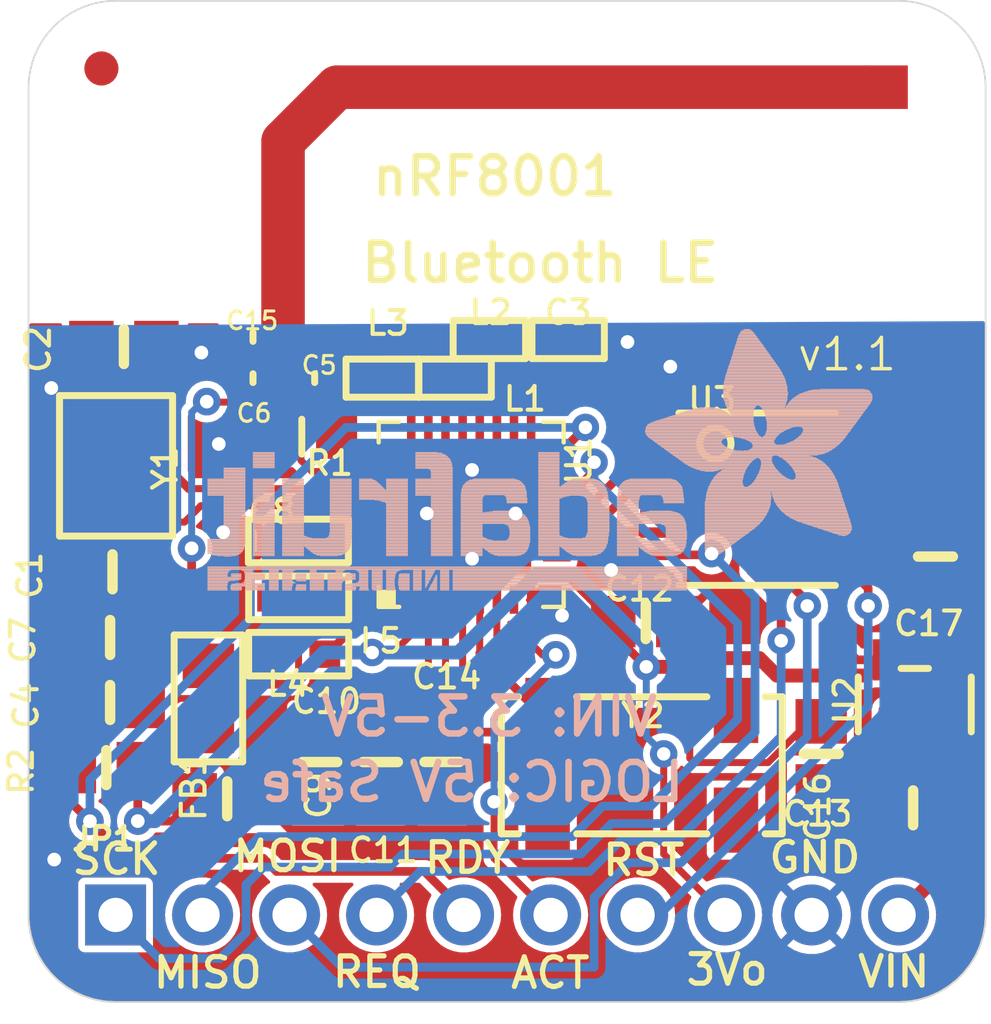
<source format=kicad_pcb>
(kicad_pcb (version 20221018) (generator pcbnew)
  (layers (0 "F.Cu" signal) (31 "B.Cu" signal) (34 "B.Paste" user) (35 "F.Paste" user) (36 "B.SilkS" user "B.Silkscreen") (37 "F.SilkS" user "F.Silkscreen") (38 "B.Mask" user) (39 "F.Mask" user) (44 "Edge.Cuts" user))
  (net 0 "")
  (net 1 "GND")
  (net 2 "MISO")
  (net 3 "+3.3V")
  (net 4 "AVDD")
  (net 5 "N$4")
  (net 6 "N$7")
  (net 7 "N$8")
  (net 8 "N$9")
  (net 9 "N$10")
  (net 10 "N$22")
  (net 11 "N$23")
  (net 12 "N$11")
  (net 13 "N$12")
  (net 14 "REQN_3V")
  (net 15 "ACTIVE")
  (net 16 "N$5")
  (net 17 "VIN")
  (net 18 "MOSI")
  (net 19 "SCK")
  (net 20 "RDYN")
  (net 21 "RESET")
  (net 22 "N$2")
  (net 23 "N$3")
  (net 24 "N$6")
  (net 25 "N$13")
  (net 26 "REQN")
  (net 27 "MOSI_3V")
  (net 28 "SCK_3V")
  (net 29 "RESET_3V")
  (footprint "working:FIDUCIAL_1MM" (layer "F.Cu") (at 151.5141 112.5638 -90)
    (fp_text reference "FID1" hide)
    (fp_text value "FIDUCIAL\"\"" hide)
  )
  (footprint "working:FIDUCIAL_1MM" (layer "F.Cu") (at 161.1431 100.7326 -90)
    (fp_text reference "FID2" hide)
    (fp_text value "FIDUCIAL\"\"" hide)
  )
  (footprint "working:0805-NO" (layer "F.Cu") (at 157.6713 112.3702 90)
    (fp_text reference "C13")
    (fp_text value "15pF")
  )
  (footprint "working:_0603" (layer "F.Cu") (at 142.4173 107.8176)
    (fp_text reference "L5")
    (fp_text value "15nH")
  )
  (footprint "working:_0402" (layer "F.Cu") (at 150.2841 100.2796)
    (fp_text reference "C3")
    (fp_text value "2.2nF")
  )
  (footprint "working:0805-NO" (layer "F.Cu") (at 136.8011 112.7706)
    (fp_text reference "R2")
    (fp_text value "10K")
  )
  (footprint "working:0805-NO" (layer "F.Cu") (at 143.0331 112.6078 -90)
    (fp_text reference "C10")
    (fp_text value "0.1uF")
  )
  (footprint "working:_0402MP" (layer "F.Cu") (at 141.0841 100.2066)
    (fp_text reference "C15")
    (fp_text value "1.5pF")
  )
  (footprint "working:_0402MP" (layer "F.Cu") (at 141.0841 101.4066)
    (fp_text reference "C6")
    (fp_text value "1.2pF")
  )
  (footprint "working:0805-NO" (layer "F.Cu") (at 136.9121 110.8704 180)
    (fp_text reference "C4")
    (fp_text value "0.1µF")
  )
  (footprint "working:0805" (layer "F.Cu") (at 139.7819 110.7506 90)
    (fp_text reference "FB1")
    (fp_text value "MMZ1608B121C")
  )
  (footprint "working:0805-NO" (layer "F.Cu") (at 152.5507 108.5102)
    (fp_text reference "C12")
    (fp_text value "0.1µF")
  )
  (footprint "working:1X10_ROUND70" (layer "F.Cu") (at 148.5011 117.0686)
    (fp_text reference "JP1")
    (fp_text value "")
  )
  (footprint "working:QFN32_5MM" (layer "F.Cu") (at 147.4531 105.3808 90)
    (fp_text reference "U1")
    (fp_text value "nRF8001")
  )
  (footprint "working:_0603" (layer "F.Cu") (at 142.4173 109.4606 180)
    (fp_text reference "L4")
    (fp_text value "10µH")
  )
  (footprint "working:0805-NO" (layer "F.Cu") (at 136.9821 107.058 180)
    (fp_text reference "C1")
    (fp_text value "15pF")
  )
  (footprint "working:ANT_PCB_2.4GHZ_NRF8001_1.6MM_1OZ" (layer "F.Cu") (at 141.9608 101.0862 -90)
    (fp_text reference "U$28" hide)
    (fp_text value "" hide)
  )
  (footprint "working:0805-NO" (layer "F.Cu") (at 140.3309 113.6796)
    (fp_text reference "C9")
    (fp_text value "10µF")
  )
  (footprint "working:0805-NO" (layer "F.Cu") (at 161.0071 106.6126 90)
    (fp_text reference "C17")
    (fp_text value "10µF")
  )
  (footprint "working:CRYSTAL_3.2X2.5" (layer "F.Cu") (at 137.0853 103.9656 -90)
    (fp_text reference "Y1")
    (fp_text value "16MHz")
  )
  (footprint "working:0805-NO" (layer "F.Cu") (at 160.3547 113.9438 180)
    (fp_text reference "C16")
    (fp_text value "10µF")
  )
  (footprint "working:0805-NO" (layer "F.Cu") (at 146.6009 112.6046 90)
    (fp_text reference "C14")
    (fp_text value "15pF")
  )
  (footprint "working:CRYSTAL_8X3.8" (layer "F.Cu") (at 152.4341 112.702)
    (fp_text reference "Y2")
    (fp_text value "FC-255 32.7680K-A3")
  )
  (footprint "working:_0402" (layer "F.Cu") (at 147.9841 100.2796)
    (fp_text reference "L2")
    (fp_text value "5.6nH")
  )
  (footprint "working:0805-NO" (layer "F.Cu") (at 137.3145 100.485)
    (fp_text reference "C2")
    (fp_text value "15pF")
  )
  (footprint "working:SOT23-5" (layer "F.Cu") (at 160.4025 110.926)
    (fp_text reference "U2")
    (fp_text value "MIC5225-3.3v")
  )
  (footprint "working:_0603" (layer "F.Cu") (at 142.4081 106.1568 180)
    (fp_text reference "C8")
    (fp_text value "1nF")
  )
  (footprint "working:_0402" (layer "F.Cu") (at 146.9841 101.4066 180)
    (fp_text reference "L1")
    (fp_text value "8.2nH")
  )
  (footprint "working:0805-NO" (layer "F.Cu") (at 144.8031 112.6078 -90)
    (fp_text reference "C11")
    (fp_text value "33nF")
  )
  (footprint "working:FIDUCIAL_1MM" (layer "F.Cu") (at 136.6581 92.3716 -90)
    (fp_text reference "FID3" hide)
    (fp_text value "FIDUCIAL\"\"" hide)
  )
  (footprint "" (layer "F.Cu") (at 137.0711 96.7486)
    (fp_text reference "@HOLE0" hide)
    (fp_text value "")
  )
  (footprint "" (layer "F.Cu") (at 159.9311 96.7486)
    (fp_text reference "@HOLE1" hide)
    (fp_text value "")
  )
  (footprint "working:_0805MP" (layer "F.Cu") (at 142.5081 103.1138 180)
    (fp_text reference "R1")
    (fp_text value "22K")
  )
  (footprint "working:TSSOP16" (layer "F.Cu") (at 155.8005 104.9384 -90)
    (fp_text reference "U3")
    (fp_text value "74HC4050D")
  )
  (footprint "working:0805-NO" (layer "F.Cu") (at 136.9121 108.9734 180)
    (fp_text reference "C7")
    (fp_text value "1µF")
  )
  (footprint "working:_0402" (layer "F.Cu") (at 144.8571 101.4066 180)
    (fp_text reference "L3")
    (fp_text value "3.9nH")
  )
  (footprint "working:_0402MP" (layer "F.Cu") (at 142.8841 101.4066)
    (fp_text reference "C5")
    (fp_text value "1.8pF")
  )
  (footprint "working:ADAFRUIT_TEXT_20MM" (layer "B.Cu") (at 159.3271 107.5966 180)
    (fp_text reference "U$22" hide)
    (fp_text value "" hide)
  )
  (gr_arc (start 137.0711 119.6086) (mid 135.275049 118.864651) (end 134.5311 117.0686) (stroke (width 0.05)) (layer "Edge.Cuts"))
  (gr_arc (start 159.9311 90.3986) (mid 161.727151 91.142549) (end 162.4711 92.9386) (stroke (width 0.05)) (layer "Edge.Cuts"))
  (gr_line (start 134.5311 117.0686) (end 134.5311 92.9386) (stroke (width 0.05)) (layer "Edge.Cuts"))
  (gr_line (start 137.0711 90.3986) (end 159.9311 90.3986) (stroke (width 0.05)) (layer "Edge.Cuts"))
  (gr_line (start 162.4711 92.9386) (end 162.4711 117.0686) (stroke (width 0.05)) (layer "Edge.Cuts"))
  (gr_arc (start 134.5311 92.9386) (mid 135.275049 91.142549) (end 137.0711 90.3986) (stroke (width 0.05)) (layer "Edge.Cuts"))
  (gr_arc (start 162.4711 117.0686) (mid 161.727151 118.864651) (end 159.9311 119.6086) (stroke (width 0.05)) (layer "Edge.Cuts"))
  (gr_line (start 159.9311 119.6086) (end 137.0711 119.6086) (stroke (width 0.05)) (layer "Edge.Cuts"))
  (gr_text "VIN: 3.3-5V" (at 142.9671 110.6516) (layer "B.SilkS") (effects (font (size 1.0795 1.0795) (thickness 0.1905)) (justify right top mirror)))
  (gr_text "LOGIC: 5V Safe" (at 141.1751 112.5616) (layer "B.SilkS") (effects (font (size 1.0795 1.0795) (thickness 0.1905)) (justify right top mirror)))
  (gr_text "v1.1" (at 159.9311 100.1776) (layer "F.SilkS") (effects (font (size 0.9144 0.9144) (thickness 0.1016)) (justify right top)))
  (gr_text "SCK" (at 137.0977 115.4372) (layer "F.SilkS") (effects (font (size 0.8636 0.8636) (thickness 0.1524))))
  (gr_text "MOSI" (at 142.0865 115.3556) (layer "F.SilkS") (effects (font (size 0.8636 0.8636) (thickness 0.1524))))
  (gr_text "VIN" (at 159.7891 118.7246) (layer "F.SilkS") (effects (font (size 0.8636 0.8636) (thickness 0.1524))))
  (gr_text "RDY" (at 147.3501 115.4026) (layer "F.SilkS") (effects (font (size 0.8636 0.8636) (thickness 0.1524))))
  (gr_text "3Vo" (at 154.9231 118.6676) (layer "F.SilkS") (effects (font (size 0.8636 0.8636) (thickness 0.1524))))
  (gr_text "MISO" (at 139.7621 118.7546) (layer "F.SilkS") (effects (font (size 0.8636 0.8636) (thickness 0.1524))))
  (gr_text "REQ" (at 144.7015 118.7346) (layer "F.SilkS") (effects (font (size 0.8636 0.8636) (thickness 0.1524))))
  (gr_text "ACT" (at 149.7631 118.7622) (layer "F.SilkS") (effects (font (size 0.8636 0.8636) (thickness 0.1524))))
  (gr_text "GND" (at 157.4861 115.3926) (layer "F.SilkS") (effects (font (size 0.8636 0.8636) (thickness 0.1524))))
  (gr_text "nRF8001" (at 144.4731 96.1526) (layer "F.SilkS") (effects (font (size 1.0795 1.0795) (thickness 0.1905)) (justify left bottom)))
  (gr_text "RST" (at 152.4901 115.4726) (layer "F.SilkS") (effects (font (size 0.8636 0.8636) (thickness 0.1524))))
  (gr_text "Bluetooth LE" (at 144.1511 98.6766) (layer "F.SilkS") (effects (font (size 1.0795 1.0795) (thickness 0.1905)) (justify left bottom)))
  (segment (start 144.9531 106.1308) (end 146.0841 106.1308) (width 0.2032) (layer "F.Cu") (net 1))
  (segment (start 160.4025 112.2261) (end 160.4025 112.7872) (width 0.254) (layer "F.Cu") (net 1))
  (segment (start 147.2997 103.9066) (end 147.4785 104.0854) (width 0.2032) (layer "F.Cu") (net 1))
  (segment (start 146.2841 103.9066) (end 147.2997 103.9066) (width 0.2032) (layer "F.Cu") (net 1))
  (segment (start 160.4025 112.7872) (end 159.4047 113.785) (width 0.254) (layer "F.Cu") (net 1))
  (segment (start 149.2031 102.8808) (end 149.2031 103.6308) (width 0.2032) (layer "F.Cu") (net 1))
  (segment (start 146.0083 106.6308) (end 146.0841 106.7066) (width 0.2032) (layer "F.Cu") (net 1))
  (segment (start 146.2031 103.8256) (end 146.2841 103.9066) (width 0.2032) (layer "F.Cu") (net 1))
  (segment (start 149.2031 107.1308) (end 147.4531 105.3808) (width 0.2032) (layer "F.Cu") (net 1))
  (segment (start 146.7031 106.1308) (end 147.4531 105.3808) (width 0.2032) (layer "F.Cu") (net 1))
  (segment (start 146.2031 102.8808) (end 146.2031 103.8256) (width 0.2032) (layer "F.Cu") (net 1))
  (segment (start 149.2031 103.6308) (end 147.4531 105.3808) (width 0.2032) (layer "F.Cu") (net 1))
  (segment (start 149.2031 107.8808) (end 149.2031 107.1308) (width 0.2032) (layer "F.Cu") (net 1))
  (segment (start 146.0841 106.1308) (end 146.7031 106.1308) (width 0.2032) (layer "F.Cu") (net 1))
  (segment (start 148.7031 105.31) (end 148.7485 105.3554) (width 0.2032) (layer "F.Cu") (net 1))
  (segment (start 148.7031 102.8808) (end 148.7031 105.31) (width 0.2032) (layer "F.Cu") (net 1))
  (segment (start 144.9531 106.6308) (end 146.0083 106.6308) (width 0.2032) (layer "F.Cu") (net 1))
  (segment (start 159.4047 113.785) (end 159.4047 113.9438) (width 0.254) (layer "F.Cu") (net 1))
  (segment (start 146.0841 106.7066) (end 146.0841 106.1308) (width 0.2032) (layer "F.Cu") (net 1))
  (via (at 147.4785 104.0854) (size 0.8064) (drill 0.4) (layers "F.Cu" "B.Cu") (net 1))
  (via (at 135.1957 101.6944) (size 0.8064) (drill 0.4) (layers "F.Cu" "B.Cu") (net 1))
  (via (at 148.7485 105.3554) (size 0.8064) (drill 0.4) (layers "F.Cu" "B.Cu") (net 1))
  (via (at 150.1057 108.3352) (size 0.8064) (drill 0.4) (layers "F.Cu" "B.Cu") (net 1))
  (via (at 147.4785 106.6762) (size 0.8064) (drill 0.4) (layers "F.Cu" "B.Cu") (net 1))
  (via (at 152.0155 100.3516) (size 0.8064) (drill 0.4) (layers "F.Cu" "B.Cu") (net 1))
  (via (at 139.5767 100.6614) (size 0.8064) (drill 0.4) (layers "F.Cu" "B.Cu") (net 1))
  (via (at 140.2117 105.9014) (size 0.8064) (drill 0.4) (layers "F.Cu" "B.Cu") (net 1))
  (via (at 153.2663 101.0706) (size 0.8064) (drill 0.4) (layers "F.Cu" "B.Cu") (net 1))
  (via (at 146.1577 105.3554) (size 0.8064) (drill 0.4) (layers "F.Cu" "B.Cu") (net 1))
  (via (at 135.2797 115.4534) (size 0.8064) (drill 0.4) (layers "F.Cu" "B.Cu") (net 1))
  (via (at 140.0847 103.3284) (size 0.8064) (drill 0.4) (layers "F.Cu" "B.Cu") (net 1))
  (via (at 151.5387 107.0032) (size 0.8064) (drill 0.4) (layers "F.Cu" "B.Cu") (net 1))
  (segment (start 149.9531 104.6308) (end 150.5249 104.6308) (width 0.254) (layer "F.Cu") (net 2))
  (segment (start 151.0411 104.1146) (end 151.0411 103.8606) (width 0.254) (layer "F.Cu") (net 2))
  (segment (start 150.5249 104.6308) (end 151.0411 104.1146) (width 0.254) (layer "F.Cu") (net 2))
  (via (at 151.0411 103.8606) (size 0.8001) (drill 0.3937) (layers "F.Cu" "B.Cu") (net 2))
  (segment (start 155.2321 108.5596) (end 155.2321 111.3536) (width 0.254) (layer "B.Cu") (net 2))
  (segment (start 151.2951 113.8936) (end 150.4061 114.7826) (width 0.254) (layer "B.Cu") (net 2))
  (segment (start 139.6111 116.4336) (end 139.6111 117.0686) (width 0.254) (layer "B.Cu") (net 2))
  (segment (start 151.0411 104.3686) (end 155.2321 108.5596) (width 0.254) (layer "B.Cu") (net 2))
  (segment (start 155.2321 111.3536) (end 152.6921 113.8936) (width 0.254) (layer "B.Cu") (net 2))
  (segment (start 150.4061 114.7826) (end 141.2621 114.7826) (width 0.254) (layer "B.Cu") (net 2))
  (segment (start 141.2621 114.7826) (end 139.6111 116.4336) (width 0.254) (layer "B.Cu") (net 2))
  (segment (start 152.6921 113.8936) (end 151.2951 113.8936) (width 0.254) (layer "B.Cu") (net 2))
  (segment (start 151.0411 104.3686) (end 151.0411 103.8606) (width 0.254) (layer "B.Cu") (net 2))
  (segment (start 158.7114 109.6259) (end 159.4525 109.6259) (width 0.254) (layer "F.Cu") (net 3))
  (segment (start 152.5651 109.8296) (end 151.6007 108.8652) (width 0.254) (layer "F.Cu") (net 3))
  (segment (start 150.2393 107.1488) (end 151.6007 108.5102) (width 0.254) (layer "F.Cu") (net 3))
  (segment (start 145.7031 108.8876) (end 145.1781 109.4126) (width 0.2032) (layer "F.Cu") (net 3))
  (segment (start 155.9399 102.6634) (end 156.7561 103.4796) (width 0.254) (layer "F.Cu") (net 3))
  (segment (start 145.1781 109.4126) (end 144.5641 109.4126) (width 0.2032) (layer "F.Cu") (net 3))
  (segment (start 161.0071 107.5626) (end 160.1851 108.3846) (width 0.4064) (layer "F.Cu") (net 3))
  (segment (start 150.2393 107.1308) (end 150.2393 107.1488) (width 0.254) (layer "F.Cu") (net 3))
  (segment (start 156.7561 103.4796) (end 156.7561 106.4006) (width 0.254) (layer "F.Cu") (net 3))
  (segment (start 137.7201 112.8016) (end 137.7201 114.3306) (width 0.254) (layer "F.Cu") (net 3))
  (segment (start 158.1531 109.0676) (end 158.7114 109.6259) (width 0.254) (layer "F.Cu") (net 3))
  (segment (start 152.5651 109.8296) (end 154.2161 109.8296) (width 0.4064) (layer "F.Cu") (net 3))
  (segment (start 145.7031 107.8808) (end 145.7031 108.8876) (width 0.2032) (layer "F.Cu") (net 3))
  (segment (start 153.0731 115.2906) (end 153.0731 112.3696) (width 0.2032) (layer "F.Cu") (net 3))
  (segment (start 158.9948 110.0836) (end 159.4525 109.6259) (width 0.4064) (layer "F.Cu") (net 3))
  (segment (start 154.4701 109.5756) (end 155.8671 109.5756) (width 0.4064) (layer "F.Cu") (net 3))
  (segment (start 139.7819 111.7006) (end 139.3809 112.1016) (width 0.254) (layer "F.Cu") (net 3))
  (segment (start 138.7299 114.3306) (end 137.7201 114.3306) (width 0.254) (layer "F.Cu") (net 3))
  (segment (start 160.1851 109.1946) (end 159.7538 109.6259) (width 0.4064) (layer "F.Cu") (net 3))
  (segment (start 159.7538 109.6259) (end 159.4525 109.6259) (width 0.4064) (layer "F.Cu") (net 3))
  (segment (start 139.3809 113.6796) (end 138.7299 114.3306) (width 0.254) (layer "F.Cu") (net 3))
  (segment (start 151.6007 108.8652) (end 151.6007 108.5102) (width 0.254) (layer "F.Cu") (net 3))
  (segment (start 158.1531 107.7976) (end 158.1531 109.0676) (width 0.254) (layer "F.Cu") (net 3))
  (segment (start 152.8827 102.6634) (end 155.9399 102.6634) (width 0.254) (layer "F.Cu") (net 3))
  (segment (start 154.8511 117.0686) (end 153.0731 115.2906) (width 0.2032) (layer "F.Cu") (net 3))
  (segment (start 156.3751 110.0836) (end 158.9948 110.0836) (width 0.4064) (layer "F.Cu") (net 3))
  (segment (start 154.2161 109.8296) (end 154.4701 109.5756) (width 0.4064) (layer "F.Cu") (net 3))
  (segment (start 149.9531 107.1308) (end 150.2393 107.1308) (width 0.2032) (layer "F.Cu") (net 3))
  (segment (start 139.3809 112.1016) (end 139.3809 113.6796) (width 0.254) (layer "F.Cu") (net 3))
  (segment (start 155.8671 109.5756) (end 156.3751 110.0836) (width 0.4064) (layer "F.Cu") (net 3))
  (segment (start 156.7561 106.4006) (end 158.1531 107.7976) (width 0.254) (layer "F.Cu") (net 3))
  (segment (start 137.7511 112.7706) (end 137.7201 112.8016) (width 0.254) (layer "F.Cu") (net 3))
  (segment (start 160.1851 108.3846) (end 160.1851 109.1946) (width 0.4064) (layer "F.Cu") (net 3))
  (via (at 137.7201 114.3306) (size 0.8064) (drill 0.4) (layers "F.Cu" "B.Cu") (net 3))
  (via (at 144.5641 109.4126) (size 0.8001) (drill 0.3937) (layers "F.Cu" "B.Cu") (net 3))
  (via (at 153.0731 112.3696) (size 0.8001) (drill 0.3937) (layers "F.Cu" "B.Cu") (net 3))
  (via (at 152.5651 109.8296) (size 0.8001) (drill 0.3937) (layers "F.Cu" "B.Cu") (net 3))
  (segment (start 150.5083 107.1308) (end 149.3599 107.1308) (width 0.4064) (layer "B.Cu") (net 3))
  (segment (start 143.1471 109.4126) (end 138.2291 114.3306) (width 0.4064) (layer "B.Cu") (net 3))
  (segment (start 147.0781 109.4126) (end 149.3599 107.1308) (width 0.4064) (layer "B.Cu") (net 3))
  (segment (start 138.2291 114.3306) (end 137.7201 114.3306) (width 0.4064) (layer "B.Cu") (net 3))
  (segment (start 144.5641 109.4126) (end 147.0781 109.4126) (width 0.4064) (layer "B.Cu") (net 3))
  (segment (start 152.5651 109.1876) (end 152.5651 109.8296) (width 0.4064) (layer "B.Cu") (net 3))
  (segment (start 152.5651 111.8616) (end 152.5651 109.8296) (width 0.2032) (layer "B.Cu") (net 3))
  (segment (start 150.5083 107.1308) (end 152.5651 109.1876) (width 0.4064) (layer "B.Cu") (net 3))
  (segment (start 153.0731 112.3696) (end 152.5651 111.8616) (width 0.2032) (layer "B.Cu") (net 3))
  (segment (start 143.1471 109.4126) (end 144.5641 109.4126) (width 0.4064) (layer "B.Cu") (net 3))
  (segment (start 138.9547 108.9734) (end 137.8621 108.9734) (width 0.254) (layer "F.Cu") (net 4))
  (segment (start 139.7477 102.1066) (end 139.7333 102.0922) (width 0.2032) (layer "F.Cu") (net 4))
  (segment (start 138.3083 108.9734) (end 137.8621 108.9734) (width 0.254) (layer "F.Cu") (net 4))
  (segment (start 143.1783 107.8166) (end 143.1793 107.8176) (width 0.2032) (layer "F.Cu") (net 4))
  (segment (start 139.2921 106.3716) (end 139.2921 107.9896) (width 0.254) (layer "F.Cu") (net 4))
  (segment (start 143.1793 106.166) (end 143.1701 106.1568) (width 0.2032) (layer "F.Cu") (net 4))
  (segment (start 142.4141 110.1416) (end 142.2181 110.3376) (width 0.254) (layer "F.Cu") (net 4))
  (segment (start 139.2921 107.9896) (end 138.3083 108.9734) (width 0.254) (layer "F.Cu") (net 4))
  (segment (start 145.7031 102.3256) (end 145.4841 102.1066) (width 0.2032) (layer "F.Cu") (net 4))
  (segment (start 145.4841 102.1066) (end 142.4841 102.1066) (width 0.2032) (layer "F.Cu") (net 4))
  (segment (start 137.8621 108.9734) (end 137.8621 110.8704) (width 0.2032) (layer "F.Cu") (net 4))
  (segment (start 143.9501 105.6308) (end 143.4241 106.1568) (width 0.254) (layer "F.Cu") (net 4))
  (segment (start 145.7031 102.8808) (end 145.7031 102.3256) (width 0.2032) (layer "F.Cu") (net 4))
  (segment (start 144.9531 104.1308) (end 142.8083 104.1308) (width 0.2032) (layer "F.Cu") (net 4))
  (segment (start 142.8083 104.1308) (end 142.4841 103.8066) (width 0.2032) (layer "F.Cu") (net 4))
  (segment (start 143.1793 107.8176) (end 143.1793 106.166) (width 0.2032) (layer "F.Cu") (net 4))
  (segment (start 139.7819 109.8006) (end 138.9547 108.9734) (width 0.254) (layer "F.Cu") (net 4))
  (segment (start 140.1191 110.3376) (end 139.7819 110.0004) (width 0.254) (layer "F.Cu") (net 4))
  (segment (start 142.4841 103.8066) (end 142.4841 102.1066) (width 0.2032) (layer "F.Cu") (net 4))
  (segment (start 144.9531 105.6308) (end 143.9501 105.6308) (width 0.2032) (layer "F.Cu") (net 4))
  (segment (start 142.5341 107.8166) (end 143.1783 107.8166) (width 0.2032) (layer "F.Cu") (net 4))
  (segment (start 142.4141 107.9366) (end 142.5341 107.8166) (width 0.2032) (layer "F.Cu") (net 4))
  (segment (start 142.4141 110.1416) (end 142.4141 107.9366) (width 0.2032) (layer "F.Cu") (net 4))
  (segment (start 142.4841 102.1066) (end 139.7477 102.1066) (width 0.2032) (layer "F.Cu") (net 4))
  (segment (start 142.2181 110.3376) (end 140.1191 110.3376) (width 0.254) (layer "F.Cu") (net 4))
  (segment (start 139.7819 110.0004) (end 139.7819 109.8006) (width 0.254) (layer "F.Cu") (net 4))
  (segment (start 143.4241 106.1568) (end 143.1701 106.1568) (width 0.254) (layer "F.Cu") (net 4))
  (via (at 139.7333 102.0922) (size 0.8064) (drill 0.4) (layers "F.Cu" "B.Cu") (net 4))
  (via (at 139.2921 106.3716) (size 0.8064) (drill 0.4) (layers "F.Cu" "B.Cu") (net 4))
  (segment (start 139.2921 102.4066) (end 139.5921 102.1066) (width 0.2032) (layer "B.Cu") (net 4))
  (segment (start 139.7189 102.1066) (end 139.7333 102.0922) (width 0.2032) (layer "B.Cu") (net 4))
  (segment (start 139.5921 102.1066) (end 139.7189 102.1066) (width 0.2032) (layer "B.Cu") (net 4))
  (segment (start 139.2921 106.3716) (end 139.2921 102.4066) (width 0.2032) (layer "B.Cu") (net 4))
  (segment (start 148.4921 100.2796) (end 148.4921 101.4478) (width 0.2032) (layer "F.Cu") (net 5))
  (segment (start 148.4921 100.2796) (end 149.7761 100.2796) (width 0.2032) (layer "F.Cu") (net 5))
  (segment (start 147.7031 102.8808) (end 147.7031 102.2368) (width 0.2032) (layer "F.Cu") (net 5))
  (segment (start 148.4921 101.4478) (end 147.7031 102.2368) (width 0.2032) (layer "F.Cu") (net 5))
  (segment (start 146.7031 107.8808) (end 146.7031 110.4846) (width 0.2032) (layer "F.Cu") (net 6))
  (segment (start 146.7031 110.4846) (end 146.5961 110.5916) (width 0.2032) (layer "F.Cu") (net 6))
  (segment (start 145.0721 110.9726) (end 145.0721 111.3888) (width 0.2032) (layer "F.Cu") (net 6))
  (segment (start 146.5961 110.5916) (end 145.4531 110.5916) (width 0.2032) (layer "F.Cu") (net 6))
  (segment (start 145.0721 111.3888) (end 144.8031 111.6578) (width 0.2032) (layer "F.Cu") (net 6))
  (segment (start 145.4531 110.5916) (end 145.0721 110.9726) (width 0.2032) (layer "F.Cu") (net 6))
  (segment (start 143.8021 110.4646) (end 143.0331 111.2336) (width 0.254) (layer "F.Cu") (net 7))
  (segment (start 146.2031 107.8808) (end 146.2031 110.0836) (width 0.2032) (layer "F.Cu") (net 7))
  (segment (start 143.0331 111.4876) (end 143.0331 111.6578) (width 0.2032) (layer "F.Cu") (net 7))
  (segment (start 144.8181 110.0836) (end 144.4371 110.4646) (width 0.2032) (layer "F.Cu") (net 7))
  (segment (start 144.4371 110.4646) (end 143.8021 110.4646) (width 0.2032) (layer "F.Cu") (net 7))
  (segment (start 143.0331 111.2336) (end 143.0331 111.6578) (width 0.254) (layer "F.Cu") (net 7))
  (segment (start 146.2031 110.0836) (end 144.8181 110.0836) (width 0.2032) (layer "F.Cu") (net 7))
  (segment (start 137.8925 105.0656) (end 137.8853 105.0656) (width 0.254) (layer "F.Cu") (net 8))
  (segment (start 139.5599 105.1308) (end 139.0841 105.6066) (width 0.2032) (layer "F.Cu") (net 8))
  (segment (start 138.4335 105.6066) (end 137.8925 105.0656) (width 0.254) (layer "F.Cu") (net 8))
  (segment (start 137.9321 107.058) (end 137.8853 107.0112) (width 0.254) (layer "F.Cu") (net 8))
  (segment (start 144.9531 105.1308) (end 139.5599 105.1308) (width 0.2032) (layer "F.Cu") (net 8))
  (segment (start 139.0841 105.6066) (end 138.4335 105.6066) (width 0.2032) (layer "F.Cu") (net 8))
  (segment (start 137.8853 107.0112) (end 137.8853 105.0656) (width 0.254) (layer "F.Cu") (net 8))
  (segment (start 136.2853 101.7254) (end 136.2853 102.8656) (width 0.254) (layer "F.Cu") (net 9))
  (segment (start 138.8491 104.2716) (end 138.8491 101.9556) (width 0.254) (layer "F.Cu") (net 9))
  (segment (start 136.3091 101.7016) (end 136.3645 101.6462) (width 0.254) (layer "F.Cu") (net 9))
  (segment (start 138.5951 101.7016) (end 136.3091 101.7016) (width 0.254) (layer "F.Cu") (net 9))
  (segment (start 138.8491 101.9556) (end 138.5951 101.7016) (width 0.254) (layer "F.Cu") (net 9))
  (segment (start 136.3091 101.7016) (end 136.2853 101.7254) (width 0.254) (layer "F.Cu") (net 9))
  (segment (start 144.9531 104.6308) (end 139.2083 104.6308) (width 0.2032) (layer "F.Cu") (net 9))
  (segment (start 139.2083 104.6308) (end 138.8491 104.2716) (width 0.254) (layer "F.Cu") (net 9))
  (segment (start 136.3645 101.6462) (end 136.3645 100.485) (width 0.254) (layer "F.Cu") (net 9))
  (segment (start 147.2031 111.0524) (end 146.6009 111.6546) (width 0.2032) (layer "F.Cu") (net 10))
  (segment (start 147.0367 111.6546) (end 147.1167 111.7346) (width 0.254) (layer "F.Cu") (net 10))
  (segment (start 147.1167 111.7346) (end 148.1201 111.7346) (width 0.254) (layer "F.Cu") (net 10))
  (segment (start 149.6841 113.2986) (end 149.6841 114.302) (width 0.254) (layer "F.Cu") (net 10))
  (segment (start 148.1201 111.7346) (end 149.6841 113.2986) (width 0.254) (layer "F.Cu") (net 10))
  (segment (start 147.2031 107.8808) (end 147.2031 111.0524) (width 0.2032) (layer "F.Cu") (net 10))
  (segment (start 146.6009 111.6546) (end 147.0367 111.6546) (width 0.254) (layer "F.Cu") (net 10))
  (segment (start 147.7161 109.4256) (end 149.3925 111.102) (width 0.254) (layer "F.Cu") (net 11))
  (segment (start 153.3271 110.7186) (end 153.8351 111.2266) (width 0.2032) (layer "F.Cu") (net 11))
  (segment (start 147.7031 109.4256) (end 147.7161 109.4256) (width 0.254) (layer "F.Cu") (net 11))
  (segment (start 153.9621 112.6236) (end 156.1211 112.6236) (width 0.2032) (layer "F.Cu") (net 11))
  (segment (start 153.8351 111.2266) (end 153.8351 112.4966) (width 0.2032) (layer "F.Cu") (net 11))
  (segment (start 156.1211 112.6236) (end 157.3245 111.4202) (width 0.2032) (layer "F.Cu") (net 11))
  (segment (start 150.0675 110.7186) (end 153.3271 110.7186) (width 0.2032) (layer "F.Cu") (net 11))
  (segment (start 147.7031 107.8808) (end 147.7031 109.4256) (width 0.2032) (layer "F.Cu") (net 11))
  (segment (start 153.8351 112.4966) (end 153.9621 112.6236) (width 0.2032) (layer "F.Cu") (net 11))
  (segment (start 157.3245 111.4202) (end 157.6713 111.4202) (width 0.2032) (layer "F.Cu") (net 11))
  (segment (start 149.6841 111.102) (end 150.0675 110.7186) (width 0.2032) (layer "F.Cu") (net 11))
  (segment (start 149.3925 111.102) (end 149.6841 111.102) (width 0.254) (layer "F.Cu") (net 11))
  (segment (start 144.3841 108.3176) (end 143.2411 109.4606) (width 0.254) (layer "F.Cu") (net 12))
  (segment (start 144.9531 107.1308) (end 144.5599 107.1308) (width 0.2032) (layer "F.Cu") (net 12))
  (segment (start 144.5599 107.1308) (end 144.3841 107.3066) (width 0.2032) (layer "F.Cu") (net 12))
  (segment (start 143.2411 109.4606) (end 143.1793 109.4606) (width 0.254) (layer "F.Cu") (net 12))
  (segment (start 144.3841 107.3066) (end 144.3841 108.3176) (width 0.2032) (layer "F.Cu") (net 12))
  (segment (start 144.9531 103.6308) (end 144.0411 103.6308) (width 0.254) (layer "F.Cu") (net 13))
  (segment (start 144.0411 103.6308) (end 143.5241 103.1138) (width 0.254) (layer "F.Cu") (net 13))
  (segment (start 152.1841 104.6226) (end 152.8735 104.6226) (width 0.254) (layer "F.Cu") (net 14))
  (segment (start 151.1759 105.6308) (end 152.1841 104.6226) (width 0.254) (layer "F.Cu") (net 14))
  (segment (start 149.9531 105.6308) (end 151.1759 105.6308) (width 0.254) (layer "F.Cu") (net 14))
  (segment (start 152.8735 104.6226) (end 152.8827 104.6134) (width 0.254) (layer "F.Cu") (net 14))
  (segment (start 149.1571 109.1066) (end 149.5301 109.4796) (width 0.2032) (layer "F.Cu") (net 15))
  (segment (start 149.5301 109.4796) (end 149.9221 109.4796) (width 0.2032) (layer "F.Cu") (net 15))
  (segment (start 148.1201 115.4176) (end 149.7711 117.0686) (width 0.2032) (layer "F.Cu") (net 15))
  (segment (start 148.1201 113.7666) (end 148.1201 115.4176) (width 0.2032) (layer "F.Cu") (net 15))
  (segment (start 148.2031 107.8808) (end 148.2031 108.9256) (width 0.2032) (layer "F.Cu") (net 15))
  (segment (start 148.2031 108.9256) (end 148.3841 109.1066) (width 0.2032) (layer "F.Cu") (net 15))
  (segment (start 148.3841 109.1066) (end 149.1571 109.1066) (width 0.2032) (layer "F.Cu") (net 15))
  (via (at 149.9221 109.4796) (size 0.8064) (drill 0.4) (layers "F.Cu" "B.Cu") (net 15))
  (via (at 148.1201 113.7666) (size 0.8001) (drill 0.3937) (layers "F.Cu" "B.Cu") (net 15))
  (segment (start 148.1201 111.3546) (end 148.1201 113.7666) (width 0.2032) (layer "B.Cu") (net 15))
  (segment (start 149.9951 109.4796) (end 148.1201 111.3546) (width 0.2032) (layer "B.Cu") (net 15))
  (segment (start 149.9221 109.4796) (end 149.9951 109.4796) (width 0.2032) (layer "B.Cu") (net 15))
  (segment (start 141.6553 109.4606) (end 141.6553 107.8176) (width 0.2032) (layer "F.Cu") (net 16))
  (segment (start 159.5501 111.0996) (end 159.5501 112.2261) (width 0.4064) (layer "F.Cu") (net 17))
  (segment (start 161.3525 112.2261) (end 161.3525 111.0996) (width 0.4064) (layer "F.Cu") (net 17))
  (segment (start 159.5501 112.2261) (end 159.4525 112.2261) (width 0.4064) (layer "F.Cu") (net 17))
  (segment (start 161.3047 115.695) (end 161.3047 113.9438) (width 0.4064) (layer "F.Cu") (net 17))
  (segment (start 161.3047 113.9438) (end 161.3047 112.2261) (width 0.4064) (layer "F.Cu") (net 17))
  (segment (start 161.3047 115.695) (end 159.9311 117.0686) (width 0.4064) (layer "F.Cu") (net 17))
  (segment (start 161.3525 111.0996) (end 159.5501 111.0996) (width 0.4064) (layer "F.Cu") (net 17))
  (segment (start 161.3047 112.2261) (end 161.3525 112.2261) (width 0.4064) (layer "F.Cu") (net 17))
  (segment (start 155.8429 103.9634) (end 156.2481 104.3686) (width 0.254) (layer "F.Cu") (net 18))
  (segment (start 156.2481 106.9086) (end 157.2641 107.9246) (width 0.254) (layer "F.Cu") (net 18))
  (segment (start 157.2641 107.9246) (end 157.2641 108.0516) (width 0.254) (layer "F.Cu") (net 18))
  (segment (start 152.8827 103.9634) (end 155.8429 103.9634) (width 0.254) (layer "F.Cu") (net 18))
  (segment (start 156.2481 104.3686) (end 156.2481 106.9086) (width 0.254) (layer "F.Cu") (net 18))
  (via (at 157.2641 108.0516) (size 0.8001) (drill 0.3937) (layers "F.Cu" "B.Cu") (net 18))
  (segment (start 153.5811 115.5446) (end 152.0571 115.5446) (width 0.254) (layer "B.Cu") (net 18))
  (segment (start 157.2641 111.8616) (end 153.5811 115.5446) (width 0.254) (layer "B.Cu") (net 18))
  (segment (start 157.2641 108.0516) (end 157.2641 111.8616) (width 0.254) (layer "B.Cu") (net 18))
  (segment (start 143.6751 118.5926) (end 142.1511 117.0686) (width 0.254) (layer "B.Cu") (net 18))
  (segment (start 151.0411 116.5606) (end 151.0411 118.5926) (width 0.254) (layer "B.Cu") (net 18))
  (segment (start 151.0411 118.5926) (end 143.6751 118.5926) (width 0.254) (layer "B.Cu") (net 18))
  (segment (start 152.0571 115.5446) (end 151.0411 116.5606) (width 0.254) (layer "B.Cu") (net 18))
  (segment (start 154.5059 106.5634) (end 154.4701 106.5276) (width 0.254) (layer "F.Cu") (net 19))
  (segment (start 152.8827 106.5634) (end 154.5059 106.5634) (width 0.254) (layer "F.Cu") (net 19))
  (via (at 154.4701 106.5276) (size 0.8001) (drill 0.3937) (layers "F.Cu" "B.Cu") (net 19))
  (segment (start 153.0731 114.4016) (end 151.5491 114.4016) (width 0.254) (layer "B.Cu") (net 19))
  (segment (start 141.3891 115.6716) (end 140.8811 116.1796) (width 0.254) (layer "B.Cu") (net 19))
  (segment (start 155.7401 107.7976) (end 155.7401 111.7346) (width 0.254) (layer "B.Cu") (net 19))
  (segment (start 151.5491 114.4016) (end 150.6601 115.2906) (width 0.254) (layer "B.Cu") (net 19))
  (segment (start 155.7401 111.7346) (end 153.0731 114.4016) (width 0.254) (layer "B.Cu") (net 19))
  (segment (start 145.4531 115.2906) (end 145.0721 115.6716) (width 0.254) (layer "B.Cu") (net 19))
  (segment (start 140.8811 117.5766) (end 140.1191 118.3386) (width 0.254) (layer "B.Cu") (net 19))
  (segment (start 140.8811 116.1796) (end 140.8811 117.5766) (width 0.254) (layer "B.Cu") (net 19))
  (segment (start 154.4701 106.5276) (end 155.7401 107.7976) (width 0.254) (layer "B.Cu") (net 19))
  (segment (start 140.1191 118.3386) (end 138.3411 118.3386) (width 0.254) (layer "B.Cu") (net 19))
  (segment (start 138.3411 118.3386) (end 137.0711 117.0686) (width 0.254) (layer "B.Cu") (net 19))
  (segment (start 150.6601 115.2906) (end 145.4531 115.2906) (width 0.254) (layer "B.Cu") (net 19))
  (segment (start 145.0721 115.6716) (end 141.3891 115.6716) (width 0.254) (layer "B.Cu") (net 19))
  (segment (start 146.0881 115.7986) (end 147.2311 116.9416) (width 0.254) (layer "F.Cu") (net 20))
  (segment (start 141.3891 115.4176) (end 141.7701 115.7986) (width 0.254) (layer "F.Cu") (net 20))
  (segment (start 137.4071 115.4176) (end 141.3891 115.4176) (width 0.254) (layer "F.Cu") (net 20))
  (segment (start 141.7701 115.7986) (end 146.0881 115.7986) (width 0.254) (layer "F.Cu") (net 20))
  (segment (start 137.4071 115.4176) (end 136.3231 114.3336) (width 0.254) (layer "F.Cu") (net 20))
  (segment (start 147.2311 116.9416) (end 147.2311 117.0686) (width 0.254) (layer "F.Cu") (net 20))
  (segment (start 150.0009 103.6308) (end 150.7871 102.8446) (width 0.254) (layer "F.Cu") (net 20))
  (segment (start 136.3231 114.3336) (end 135.8511 113.8616) (width 0.254) (layer "F.Cu") (net 20))
  (segment (start 149.9531 103.6308) (end 150.0009 103.6308) (width 0.254) (layer "F.Cu") (net 20))
  (segment (start 135.8511 113.8616) (end 135.8511 112.7706) (width 0.254) (layer "F.Cu") (net 20))
  (via (at 150.7871 102.8446) (size 0.8001) (drill 0.3937) (layers "F.Cu" "B.Cu") (net 20))
  (via (at 136.3231 114.3336) (size 0.8064) (drill 0.4) (layers "F.Cu" "B.Cu") (net 20))
  (segment (start 143.8021 102.8446) (end 141.0081 105.6386) (width 0.254) (layer "B.Cu") (net 20))
  (segment (start 136.3231 113.1176) (end 136.3231 114.3336) (width 0.254) (layer "B.Cu") (net 20))
  (segment (start 150.7871 102.8446) (end 143.8021 102.8446) (width 0.254) (layer "B.Cu") (net 20))
  (segment (start 141.0081 105.6386) (end 141.0081 108.4326) (width 0.254) (layer "B.Cu") (net 20))
  (segment (start 141.0081 108.4326) (end 136.3231 113.1176) (width 0.254) (layer "B.Cu") (net 20))
  (segment (start 158.7183 107.2134) (end 159.0421 107.5372) (width 0.254) (layer "F.Cu") (net 21))
  (segment (start 159.0421 107.5372) (end 159.0421 108.0516) (width 0.254) (layer "F.Cu") (net 21))
  (via (at 159.0421 108.0516) (size 0.8001) (drill 0.3937) (layers "F.Cu" "B.Cu") (net 21))
  (segment (start 159.0421 108.0516) (end 159.0421 110.9726) (width 0.254) (layer "B.Cu") (net 21))
  (segment (start 159.0421 110.9726) (end 152.9461 117.0686) (width 0.254) (layer "B.Cu") (net 21))
  (segment (start 152.9461 117.0686) (end 152.3111 117.0686) (width 0.254) (layer "B.Cu") (net 21))
  (segment (start 146.4761 101.5066) (end 146.4761 101.4066) (width 0.2032) (layer "F.Cu") (net 22))
  (segment (start 146.4761 101.4066) (end 145.3651 101.4066) (width 0.2032) (layer "F.Cu") (net 22))
  (segment (start 146.7031 102.8808) (end 146.7031 101.7336) (width 0.2032) (layer "F.Cu") (net 22))
  (segment (start 146.7031 101.7336) (end 146.4761 101.5066) (width 0.2032) (layer "F.Cu") (net 22))
  (segment (start 147.2031 102.8808) (end 147.2031 101.7956) (width 0.2032) (layer "F.Cu") (net 23))
  (segment (start 147.4921 101.5066) (end 147.4921 101.4066) (width 0.2032) (layer "F.Cu") (net 23))
  (segment (start 147.4921 100.2956) (end 147.4761 100.2796) (width 0.2032) (layer "F.Cu") (net 23))
  (segment (start 147.2031 101.7956) (end 147.4921 101.5066) (width 0.2032) (layer "F.Cu") (net 23))
  (segment (start 147.4921 101.4066) (end 147.4921 100.2956) (width 0.2032) (layer "F.Cu") (net 23))
  (segment (start 144.3491 101.4066) (end 143.3921 101.4066) (width 0.2032) (layer "F.Cu") (net 24))
  (segment (start 141.5921 101.4066) (end 141.5921 101.4549) (width 0.2032) (layer "F.Cu") (net 25))
  (segment (start 142.3761 101.4066) (end 141.5921 101.4066) (width 0.2032) (layer "F.Cu") (net 25))
  (segment (start 141.5921 101.4549) (end 141.9608 101.0862) (width 0.2032) (layer "F.Cu") (net 25))
  (segment (start 141.5921 100.7175) (end 141.9608 101.0862) (width 0.2032) (layer "F.Cu") (net 25))
  (segment (start 141.5921 100.2066) (end 141.5921 100.7175) (width 0.2032) (layer "F.Cu") (net 25))
  (segment (start 155.6131 105.3846) (end 155.6131 107.0356) (width 0.254) (layer "F.Cu") (net 26))
  (segment (start 152.8827 105.2634) (end 155.4919 105.2634) (width 0.254) (layer "F.Cu") (net 26))
  (segment (start 155.6131 107.0356) (end 156.5021 107.9246) (width 0.254) (layer "F.Cu") (net 26))
  (segment (start 156.5021 107.9246) (end 156.5021 109.0676) (width 0.254) (layer "F.Cu") (net 26))
  (segment (start 155.4919 105.2634) (end 155.6131 105.3846) (width 0.254) (layer "F.Cu") (net 26))
  (via (at 156.5021 109.0676) (size 0.8001) (drill 0.3937) (layers "F.Cu" "B.Cu") (net 26))
  (segment (start 156.5021 109.0676) (end 156.5021 111.8616) (width 0.254) (layer "B.Cu") (net 26))
  (segment (start 153.4541 114.9096) (end 151.8031 114.9096) (width 0.254) (layer "B.Cu") (net 26))
  (segment (start 145.9611 115.7986) (end 144.6911 117.0686) (width 0.254) (layer "B.Cu") (net 26))
  (segment (start 151.8031 114.9096) (end 150.9141 115.7986) (width 0.254) (layer "B.Cu") (net 26))
  (segment (start 156.5021 111.8616) (end 153.4541 114.9096) (width 0.254) (layer "B.Cu") (net 26))
  (segment (start 150.9141 115.7986) (end 145.9611 115.7986) (width 0.254) (layer "B.Cu") (net 26))
  (segment (start 151.9301 104.1146) (end 151.9301 103.3526) (width 0.254) (layer "F.Cu") (net 27))
  (segment (start 150.9139 105.1308) (end 151.9301 104.1146) (width 0.254) (layer "F.Cu") (net 27))
  (segment (start 151.9301 103.3526) (end 151.9693 103.3134) (width 0.254) (layer "F.Cu") (net 27))
  (segment (start 151.9693 103.3134) (end 152.8827 103.3134) (width 0.254) (layer "F.Cu") (net 27))
  (segment (start 150.9139 105.1308) (end 149.9531 105.1308) (width 0.254) (layer "F.Cu") (net 27))
  (segment (start 149.9531 106.1308) (end 151.5649 106.1308) (width 0.254) (layer "F.Cu") (net 28))
  (segment (start 151.5649 106.1308) (end 151.8031 105.8926) (width 0.254) (layer "F.Cu") (net 28))
  (segment (start 151.8031 105.8926) (end 152.4809 105.8926) (width 0.254) (layer "F.Cu") (net 28))
  (segment (start 152.5017 105.9134) (end 152.8827 105.9134) (width 0.254) (layer "F.Cu") (net 28))
  (segment (start 152.4809 105.8926) (end 152.5017 105.9134) (width 0.254) (layer "F.Cu") (net 28))
  (segment (start 156.3751 101.9556) (end 157.3911 102.9716) (width 0.254) (layer "F.Cu") (net 29))
  (segment (start 157.3911 102.9716) (end 157.3911 106.2736) (width 0.254) (layer "F.Cu") (net 29))
  (segment (start 157.3911 106.2736) (end 157.6809 106.5634) (width 0.254) (layer "F.Cu") (net 29))
  (segment (start 148.2031 102.8808) (end 148.2031 102.3806) (width 0.254) (layer "F.Cu") (net 29))
  (segment (start 148.6281 101.9556) (end 156.3751 101.9556) (width 0.254) (layer "F.Cu") (net 29))
  (segment (start 148.2031 102.3806) (end 148.6281 101.9556) (width 0.254) (layer "F.Cu") (net 29))
  (zone (net 1) (net_name "GND") (layer "F.Cu") (priority 6) (connect_pads (clearance 0.000001)) (min_thickness 0.1016) (fill yes (thermal_gap 0.2532) (thermal_bridge_width 0.2532))
    (polygon (pts (xy 140.8857 102.305) (xy 144.8857 102.305) (xy 144.8857 103.805) (xy 150.1825 103.805) (xy 150.1825 99.805) (xy 162.5207 99.805) (xy 162.5207 119.7382) (xy 134.4295 119.7382) (xy 134.4295 99.805) (xy 140.8857 99.805)))
  )
  (zone (net 1) (net_name "GND") (layer "B.Cu") (priority 6) (connect_pads (clearance 0.000001)) (min_thickness 0.1016) (fill yes (thermal_gap 0.2532) (thermal_bridge_width 0.2532))
    (polygon (pts (xy 162.6477 119.73774) (xy 134.4295 119.865662) (xy 134.4295 99.86946) (xy 162.6477 99.741538)))
  )
)
</source>
